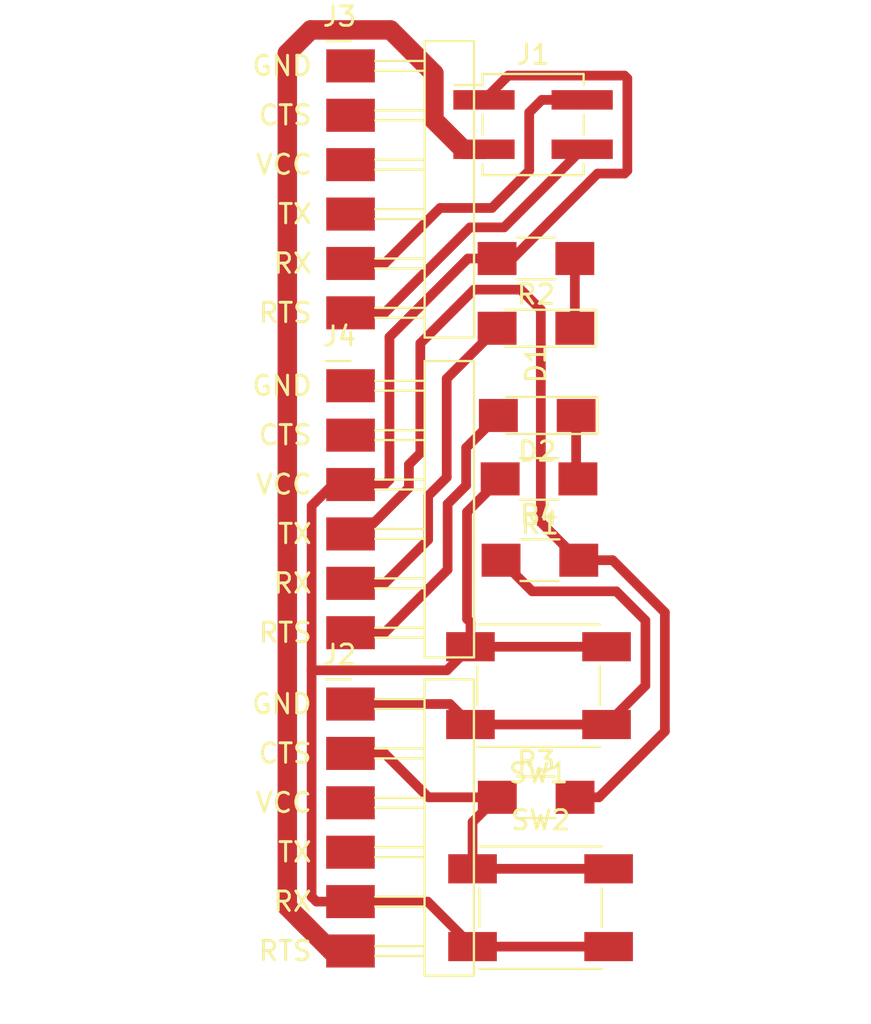
<source format=kicad_pcb>
(kicad_pcb (version 20171130) (host pcbnew "(5.1.12-1-10_14)")

  (general
    (thickness 1.6)
    (drawings 0)
    (tracks 98)
    (zones 0)
    (modules 12)
    (nets 20)
  )

  (page A4)
  (layers
    (0 F.Cu signal)
    (31 B.Cu signal)
    (32 B.Adhes user)
    (33 F.Adhes user)
    (34 B.Paste user)
    (35 F.Paste user)
    (36 B.SilkS user)
    (37 F.SilkS user)
    (38 B.Mask user)
    (39 F.Mask user)
    (40 Dwgs.User user)
    (41 Cmts.User user)
    (42 Eco1.User user)
    (43 Eco2.User user)
    (44 Edge.Cuts user)
    (45 Margin user)
    (46 B.CrtYd user)
    (47 F.CrtYd user)
    (48 B.Fab user)
    (49 F.Fab user)
  )

  (setup
    (last_trace_width 1)
    (user_trace_width 1)
    (trace_clearance 0.5)
    (zone_clearance 0.508)
    (zone_45_only no)
    (trace_min 0.2)
    (via_size 0.8)
    (via_drill 0.4)
    (via_min_size 0.4)
    (via_min_drill 0.3)
    (uvia_size 0.3)
    (uvia_drill 0.1)
    (uvias_allowed no)
    (uvia_min_size 0.2)
    (uvia_min_drill 0.1)
    (edge_width 0.05)
    (segment_width 0.2)
    (pcb_text_width 0.3)
    (pcb_text_size 1.5 1.5)
    (mod_edge_width 0.12)
    (mod_text_size 1 1)
    (mod_text_width 0.15)
    (pad_size 1.524 1.524)
    (pad_drill 0.762)
    (pad_to_mask_clearance 0)
    (aux_axis_origin 0 0)
    (visible_elements FFFFFF7F)
    (pcbplotparams
      (layerselection 0x010fc_ffffffff)
      (usegerberextensions false)
      (usegerberattributes true)
      (usegerberadvancedattributes true)
      (creategerberjobfile true)
      (excludeedgelayer true)
      (linewidth 0.100000)
      (plotframeref false)
      (viasonmask false)
      (mode 1)
      (useauxorigin false)
      (hpglpennumber 1)
      (hpglpenspeed 20)
      (hpglpendiameter 15.000000)
      (psnegative false)
      (psa4output false)
      (plotreference true)
      (plotvalue true)
      (plotinvisibletext false)
      (padsonsilk false)
      (subtractmaskfromsilk false)
      (outputformat 1)
      (mirror false)
      (drillshape 1)
      (scaleselection 1)
      (outputdirectory ""))
  )

  (net 0 "")
  (net 1 /A07)
  (net 2 "Net-(D1-Pad1)")
  (net 3 GND)
  (net 4 /D11)
  (net 5 +3V3)
  (net 6 /D10)
  (net 7 /D19)
  (net 8 /D18)
  (net 9 /D17)
  (net 10 /D16)
  (net 11 /A06)
  (net 12 /D08)
  (net 13 /D09)
  (net 14 "Net-(D2-Pad1)")
  (net 15 +5V)
  (net 16 /A05)
  (net 17 /A04)
  (net 18 /A03)
  (net 19 /A02)

  (net_class Default "This is the default net class."
    (clearance 0.5)
    (trace_width 0.5)
    (via_dia 0.8)
    (via_drill 0.4)
    (uvia_dia 0.3)
    (uvia_drill 0.1)
    (add_net +3V3)
    (add_net +5V)
    (add_net /A02)
    (add_net /A03)
    (add_net /A04)
    (add_net /A05)
    (add_net /A06)
    (add_net /A07)
    (add_net /D08)
    (add_net /D09)
    (add_net /D10)
    (add_net /D11)
    (add_net /D16)
    (add_net /D17)
    (add_net /D18)
    (add_net /D19)
    (add_net GND)
    (add_net "Net-(D1-Pad1)")
    (add_net "Net-(D2-Pad1)")
  )

  (module fab:PinHeader_FTDI_01x06_P2.54mm_Horizontal_SMD (layer F.Cu) (tedit 60851AE4) (tstamp 6197AAC9)
    (at 149.39772 49.63668)
    (descr https://s3.amazonaws.com/catalogspreads-pdf/PAGE112-113%20.100%20MALE%20HDR.pdf)
    (tags "horizontal pin header SMD 2.54mm")
    (path /618AFA7A)
    (attr smd)
    (fp_text reference J3 (at -1.524 -2.54 180) (layer F.SilkS)
      (effects (font (size 1 1) (thickness 0.15)) (justify left))
    )
    (fp_text value Conn_PinHeader_FTDI_1x06_P2.54mm_Horizontal_SMD (at 2.286 15.621) (layer F.Fab)
      (effects (font (size 1 1) (thickness 0.15)))
    )
    (fp_line (start 6.4 -1.8) (end -1.8 -1.8) (layer F.CrtYd) (width 0.05))
    (fp_line (start 6.4 14.5) (end 6.4 -1.8) (layer F.CrtYd) (width 0.05))
    (fp_line (start -1.8 14.5) (end 6.4 14.5) (layer F.CrtYd) (width 0.05))
    (fp_line (start -1.8 -1.8) (end -1.8 14.5) (layer F.CrtYd) (width 0.05))
    (fp_line (start -1.27 -1.27) (end 0 -1.27) (layer F.SilkS) (width 0.12))
    (fp_line (start 3.8 13.97) (end 3.8 -1.27) (layer F.Fab) (width 0.1))
    (fp_line (start 3.8 -1.27) (end 6.34 -1.27) (layer F.Fab) (width 0.1))
    (fp_line (start 3.8 13.97) (end 6.35 13.97) (layer F.Fab) (width 0.1))
    (fp_line (start 6.34 -1.27) (end 6.35 13.97) (layer F.Fab) (width 0.1))
    (fp_line (start 3.81 0) (end -0.635 0) (layer F.Fab) (width 0.1))
    (fp_line (start 3.81 2.54) (end -0.635 2.54) (layer F.Fab) (width 0.1))
    (fp_line (start 3.81 5.08) (end -0.635 5.08) (layer F.Fab) (width 0.1))
    (fp_line (start 3.81 7.62) (end -0.635 7.62) (layer F.Fab) (width 0.1))
    (fp_line (start 3.81 10.16) (end -0.635 10.16) (layer F.Fab) (width 0.1))
    (fp_line (start 3.81 12.7) (end -0.635 12.7) (layer F.Fab) (width 0.1))
    (fp_line (start 3.81 -1.27) (end 6.35 -1.27) (layer F.SilkS) (width 0.12))
    (fp_line (start 6.35 -1.27) (end 6.35 13.97) (layer F.SilkS) (width 0.12))
    (fp_line (start 6.35 13.97) (end 3.81 13.97) (layer F.SilkS) (width 0.12))
    (fp_line (start 3.81 13.97) (end 3.81 -1.27) (layer F.SilkS) (width 0.12))
    (fp_line (start 3.81 -0.254) (end 1.27 -0.254) (layer F.SilkS) (width 0.12))
    (fp_line (start 3.81 0.254) (end 1.27 0.254) (layer F.SilkS) (width 0.12))
    (fp_line (start 3.81 2.286) (end 1.27 2.286) (layer F.SilkS) (width 0.12))
    (fp_line (start 3.81 2.794) (end 1.27 2.794) (layer F.SilkS) (width 0.12))
    (fp_line (start 3.81 4.826) (end 1.27 4.826) (layer F.SilkS) (width 0.12))
    (fp_line (start 3.81 5.334) (end 1.27 5.334) (layer F.SilkS) (width 0.12))
    (fp_line (start 3.81 7.366) (end 1.27 7.366) (layer F.SilkS) (width 0.12))
    (fp_line (start 3.81 7.874) (end 1.27 7.874) (layer F.SilkS) (width 0.12))
    (fp_line (start 3.81 9.906) (end 1.27 9.906) (layer F.SilkS) (width 0.12))
    (fp_line (start 3.81 10.414) (end 1.27 10.414) (layer F.SilkS) (width 0.12))
    (fp_line (start 3.81 12.446) (end 1.27 12.446) (layer F.SilkS) (width 0.12))
    (fp_line (start 3.81 12.954) (end 1.27 12.954) (layer F.SilkS) (width 0.12))
    (fp_line (start -0.635 -0.254) (end -0.635 0.254) (layer F.Fab) (width 0.1))
    (fp_line (start -0.635 2.286) (end -0.635 2.794) (layer F.Fab) (width 0.1))
    (fp_line (start -0.635 4.826) (end -0.635 5.334) (layer F.Fab) (width 0.1))
    (fp_line (start -0.635 7.366) (end -0.635 7.874) (layer F.Fab) (width 0.1))
    (fp_line (start -0.635 9.906) (end -0.635 10.414) (layer F.Fab) (width 0.1))
    (fp_line (start -0.635 12.446) (end -0.635 12.954) (layer F.Fab) (width 0.1))
    (fp_text user %R (at 2.6 6.1 90) (layer F.Fab)
      (effects (font (size 1 1) (thickness 0.15)))
    )
    (fp_text user GND (at -1.905 0) (layer F.SilkS)
      (effects (font (size 1 1) (thickness 0.15)) (justify right))
    )
    (fp_text user CTS (at -1.905 2.54) (layer F.SilkS)
      (effects (font (size 1 1) (thickness 0.15)) (justify right))
    )
    (fp_text user VCC (at -1.905 5.08) (layer F.SilkS)
      (effects (font (size 1 1) (thickness 0.15)) (justify right))
    )
    (fp_text user TX (at -1.905 7.62) (layer F.SilkS)
      (effects (font (size 1 1) (thickness 0.15)) (justify right))
    )
    (fp_text user RX (at -1.905 10.16) (layer F.SilkS)
      (effects (font (size 1 1) (thickness 0.15)) (justify right))
    )
    (fp_text user RTS (at -1.905 12.7) (layer F.SilkS)
      (effects (font (size 1 1) (thickness 0.15)) (justify right))
    )
    (pad 1 smd rect (at 0 0) (size 2.5 1.7) (layers F.Cu F.Paste F.Mask)
      (net 7 /D19))
    (pad 2 smd rect (at 0 2.54) (size 2.5 1.7) (layers F.Cu F.Paste F.Mask)
      (net 8 /D18))
    (pad 3 smd rect (at 0 5.08) (size 2.5 1.7) (layers F.Cu F.Paste F.Mask)
      (net 9 /D17))
    (pad 4 smd rect (at 0 7.62) (size 2.5 1.7) (layers F.Cu F.Paste F.Mask)
      (net 10 /D16))
    (pad 5 smd rect (at 0 10.16) (size 2.5 1.7) (layers F.Cu F.Paste F.Mask)
      (net 4 /D11))
    (pad 6 smd rect (at 0 12.7) (size 2.5 1.7) (layers F.Cu F.Paste F.Mask)
      (net 6 /D10))
    (model ${FAB}/fab.3dshapes/Header_SMD_01x06_P2.54mm_Horizontal_Male.step
      (at (xyz 0 0 0))
      (scale (xyz 1 1 1))
      (rotate (xyz 0 0 0))
    )
  )

  (module fab:PinHeader_FTDI_01x06_P2.54mm_Horizontal_SMD (layer F.Cu) (tedit 60851AE4) (tstamp 6197AAFF)
    (at 149.39772 66.08572)
    (descr https://s3.amazonaws.com/catalogspreads-pdf/PAGE112-113%20.100%20MALE%20HDR.pdf)
    (tags "horizontal pin header SMD 2.54mm")
    (path /618B05B0)
    (attr smd)
    (fp_text reference J4 (at -1.524 -2.54 180) (layer F.SilkS)
      (effects (font (size 1 1) (thickness 0.15)) (justify left))
    )
    (fp_text value Conn_PinHeader_FTDI_1x06_P2.54mm_Horizontal_SMD (at 2.286 15.621) (layer F.Fab)
      (effects (font (size 1 1) (thickness 0.15)))
    )
    (fp_line (start -0.635 12.446) (end -0.635 12.954) (layer F.Fab) (width 0.1))
    (fp_line (start -0.635 9.906) (end -0.635 10.414) (layer F.Fab) (width 0.1))
    (fp_line (start -0.635 7.366) (end -0.635 7.874) (layer F.Fab) (width 0.1))
    (fp_line (start -0.635 4.826) (end -0.635 5.334) (layer F.Fab) (width 0.1))
    (fp_line (start -0.635 2.286) (end -0.635 2.794) (layer F.Fab) (width 0.1))
    (fp_line (start -0.635 -0.254) (end -0.635 0.254) (layer F.Fab) (width 0.1))
    (fp_line (start 3.81 12.954) (end 1.27 12.954) (layer F.SilkS) (width 0.12))
    (fp_line (start 3.81 12.446) (end 1.27 12.446) (layer F.SilkS) (width 0.12))
    (fp_line (start 3.81 10.414) (end 1.27 10.414) (layer F.SilkS) (width 0.12))
    (fp_line (start 3.81 9.906) (end 1.27 9.906) (layer F.SilkS) (width 0.12))
    (fp_line (start 3.81 7.874) (end 1.27 7.874) (layer F.SilkS) (width 0.12))
    (fp_line (start 3.81 7.366) (end 1.27 7.366) (layer F.SilkS) (width 0.12))
    (fp_line (start 3.81 5.334) (end 1.27 5.334) (layer F.SilkS) (width 0.12))
    (fp_line (start 3.81 4.826) (end 1.27 4.826) (layer F.SilkS) (width 0.12))
    (fp_line (start 3.81 2.794) (end 1.27 2.794) (layer F.SilkS) (width 0.12))
    (fp_line (start 3.81 2.286) (end 1.27 2.286) (layer F.SilkS) (width 0.12))
    (fp_line (start 3.81 0.254) (end 1.27 0.254) (layer F.SilkS) (width 0.12))
    (fp_line (start 3.81 -0.254) (end 1.27 -0.254) (layer F.SilkS) (width 0.12))
    (fp_line (start 3.81 13.97) (end 3.81 -1.27) (layer F.SilkS) (width 0.12))
    (fp_line (start 6.35 13.97) (end 3.81 13.97) (layer F.SilkS) (width 0.12))
    (fp_line (start 6.35 -1.27) (end 6.35 13.97) (layer F.SilkS) (width 0.12))
    (fp_line (start 3.81 -1.27) (end 6.35 -1.27) (layer F.SilkS) (width 0.12))
    (fp_line (start 3.81 12.7) (end -0.635 12.7) (layer F.Fab) (width 0.1))
    (fp_line (start 3.81 10.16) (end -0.635 10.16) (layer F.Fab) (width 0.1))
    (fp_line (start 3.81 7.62) (end -0.635 7.62) (layer F.Fab) (width 0.1))
    (fp_line (start 3.81 5.08) (end -0.635 5.08) (layer F.Fab) (width 0.1))
    (fp_line (start 3.81 2.54) (end -0.635 2.54) (layer F.Fab) (width 0.1))
    (fp_line (start 3.81 0) (end -0.635 0) (layer F.Fab) (width 0.1))
    (fp_line (start 6.34 -1.27) (end 6.35 13.97) (layer F.Fab) (width 0.1))
    (fp_line (start 3.8 13.97) (end 6.35 13.97) (layer F.Fab) (width 0.1))
    (fp_line (start 3.8 -1.27) (end 6.34 -1.27) (layer F.Fab) (width 0.1))
    (fp_line (start 3.8 13.97) (end 3.8 -1.27) (layer F.Fab) (width 0.1))
    (fp_line (start -1.27 -1.27) (end 0 -1.27) (layer F.SilkS) (width 0.12))
    (fp_line (start -1.8 -1.8) (end -1.8 14.5) (layer F.CrtYd) (width 0.05))
    (fp_line (start -1.8 14.5) (end 6.4 14.5) (layer F.CrtYd) (width 0.05))
    (fp_line (start 6.4 14.5) (end 6.4 -1.8) (layer F.CrtYd) (width 0.05))
    (fp_line (start 6.4 -1.8) (end -1.8 -1.8) (layer F.CrtYd) (width 0.05))
    (fp_text user RTS (at -1.905 12.7) (layer F.SilkS)
      (effects (font (size 1 1) (thickness 0.15)) (justify right))
    )
    (fp_text user RX (at -1.905 10.16) (layer F.SilkS)
      (effects (font (size 1 1) (thickness 0.15)) (justify right))
    )
    (fp_text user TX (at -1.905 7.62) (layer F.SilkS)
      (effects (font (size 1 1) (thickness 0.15)) (justify right))
    )
    (fp_text user VCC (at -1.905 5.08) (layer F.SilkS)
      (effects (font (size 1 1) (thickness 0.15)) (justify right))
    )
    (fp_text user CTS (at -1.905 2.54) (layer F.SilkS)
      (effects (font (size 1 1) (thickness 0.15)) (justify right))
    )
    (fp_text user GND (at -1.905 0) (layer F.SilkS)
      (effects (font (size 1 1) (thickness 0.15)) (justify right))
    )
    (fp_text user %R (at 2.6 6.1 90) (layer F.Fab)
      (effects (font (size 1 1) (thickness 0.15)))
    )
    (pad 6 smd rect (at 0 12.7) (size 2.5 1.7) (layers F.Cu F.Paste F.Mask)
      (net 11 /A06))
    (pad 5 smd rect (at 0 10.16) (size 2.5 1.7) (layers F.Cu F.Paste F.Mask)
      (net 1 /A07))
    (pad 4 smd rect (at 0 7.62) (size 2.5 1.7) (layers F.Cu F.Paste F.Mask)
      (net 5 +3V3))
    (pad 3 smd rect (at 0 5.08) (size 2.5 1.7) (layers F.Cu F.Paste F.Mask)
      (net 3 GND))
    (pad 2 smd rect (at 0 2.54) (size 2.5 1.7) (layers F.Cu F.Paste F.Mask)
      (net 12 /D08))
    (pad 1 smd rect (at 0 0) (size 2.5 1.7) (layers F.Cu F.Paste F.Mask)
      (net 13 /D09))
    (model ${FAB}/fab.3dshapes/Header_SMD_01x06_P2.54mm_Horizontal_Male.step
      (at (xyz 0 0 0))
      (scale (xyz 1 1 1))
      (rotate (xyz 0 0 0))
    )
  )

  (module fab:LED_1206 (layer F.Cu) (tedit 595FC724) (tstamp 6197D709)
    (at 159.00044 67.6148 180)
    (descr "LED SMD 1206, hand soldering")
    (tags "LED 1206")
    (path /61C14DA7)
    (attr smd)
    (fp_text reference D2 (at 0 -1.85) (layer F.SilkS)
      (effects (font (size 1 1) (thickness 0.15)))
    )
    (fp_text value LED (at 0 1.9 180) (layer F.Fab)
      (effects (font (size 1 1) (thickness 0.15)))
    )
    (fp_line (start -3.1 -0.95) (end -3.1 0.95) (layer F.SilkS) (width 0.12))
    (fp_line (start -0.4 0) (end 0.2 -0.4) (layer F.Fab) (width 0.1))
    (fp_line (start 0.2 -0.4) (end 0.2 0.4) (layer F.Fab) (width 0.1))
    (fp_line (start 0.2 0.4) (end -0.4 0) (layer F.Fab) (width 0.1))
    (fp_line (start -0.45 -0.4) (end -0.45 0.4) (layer F.Fab) (width 0.1))
    (fp_line (start -1.6 0.8) (end -1.6 -0.8) (layer F.Fab) (width 0.1))
    (fp_line (start 1.6 0.8) (end -1.6 0.8) (layer F.Fab) (width 0.1))
    (fp_line (start 1.6 -0.8) (end 1.6 0.8) (layer F.Fab) (width 0.1))
    (fp_line (start -1.6 -0.8) (end 1.6 -0.8) (layer F.Fab) (width 0.1))
    (fp_line (start -3.1 0.95) (end 1.6 0.95) (layer F.SilkS) (width 0.12))
    (fp_line (start -3.1 -0.95) (end 1.6 -0.95) (layer F.SilkS) (width 0.12))
    (fp_line (start -3.25 -1.11) (end 3.25 -1.11) (layer F.CrtYd) (width 0.05))
    (fp_line (start -3.25 -1.11) (end -3.25 1.1) (layer F.CrtYd) (width 0.05))
    (fp_line (start 3.25 1.1) (end 3.25 -1.11) (layer F.CrtYd) (width 0.05))
    (fp_line (start 3.25 1.1) (end -3.25 1.1) (layer F.CrtYd) (width 0.05))
    (pad 2 smd rect (at 2 0 180) (size 2 1.7) (layers F.Cu F.Paste F.Mask)
      (net 11 /A06))
    (pad 1 smd rect (at -2 0 180) (size 2 1.7) (layers F.Cu F.Paste F.Mask)
      (net 14 "Net-(D2-Pad1)"))
    (model ${KISYS3DMOD}/LEDs.3dshapes/LED_1206.wrl
      (at (xyz 0 0 0))
      (scale (xyz 1 1 1))
      (rotate (xyz 0 0 180))
    )
  )

  (module fab:Button_Omron_B3SN_6x6mm (layer F.Cu) (tedit 5EC65B05) (tstamp 6197B135)
    (at 159.06508 81.50708 180)
    (descr "Surface Mount Tactile Switch for High-Density Packaging")
    (tags "Tactile Switch")
    (path /61973B93)
    (attr smd)
    (fp_text reference SW1 (at 0 -4.5) (layer F.SilkS)
      (effects (font (size 1 1) (thickness 0.15)))
    )
    (fp_text value BUTTON_B3SN (at 0 4.5) (layer F.Fab)
      (effects (font (size 1 1) (thickness 0.15)))
    )
    (fp_line (start -3 3) (end -3 -3) (layer F.Fab) (width 0.1))
    (fp_line (start 3 3) (end -3 3) (layer F.Fab) (width 0.1))
    (fp_line (start 3 -3) (end 3 3) (layer F.Fab) (width 0.1))
    (fp_line (start -3 -3) (end 3 -3) (layer F.Fab) (width 0.1))
    (fp_circle (center 0 0) (end 1.65 0) (layer F.Fab) (width 0.1))
    (fp_line (start 3.15 -1) (end 3.15 1) (layer F.SilkS) (width 0.12))
    (fp_line (start 3.15 3.15) (end -3.15 3.15) (layer F.SilkS) (width 0.12))
    (fp_line (start -3.15 1) (end -3.15 -1) (layer F.SilkS) (width 0.12))
    (fp_line (start -3.15 -3.15) (end 3.15 -3.15) (layer F.SilkS) (width 0.12))
    (fp_line (start -5 -3.7) (end -5 3.7) (layer F.CrtYd) (width 0.05))
    (fp_line (start 5 -3.7) (end -5 -3.7) (layer F.CrtYd) (width 0.05))
    (fp_line (start 5 3.7) (end 5 -3.7) (layer F.CrtYd) (width 0.05))
    (fp_line (start -5 3.7) (end 5 3.7) (layer F.CrtYd) (width 0.05))
    (fp_text user %R (at 0 -4.5) (layer F.Fab)
      (effects (font (size 1 1) (thickness 0.15)))
    )
    (pad 2 smd rect (at 3.5 2 180) (size 2.5 1.5) (layers F.Cu F.Paste F.Mask)
      (net 3 GND))
    (pad 2 smd rect (at -3.5 2 180) (size 2.5 1.5) (layers F.Cu F.Paste F.Mask)
      (net 3 GND))
    (pad 1 smd rect (at 3.5 -2 180) (size 2.5 1.5) (layers F.Cu F.Paste F.Mask)
      (net 16 /A05))
    (pad 1 smd rect (at -3.5 -2 180) (size 2.5 1.5) (layers F.Cu F.Paste F.Mask)
      (net 16 /A05))
    (model ${KISYS3DMOD}/Buttons_Switches_SMD.3dshapes/SW_SPST_B3S-1000.wrl
      (at (xyz 0 0 0))
      (scale (xyz 1 1 1))
      (rotate (xyz 0 0 0))
    )
  )

  (module fab:R_1206 (layer F.Cu) (tedit 60020482) (tstamp 6197B015)
    (at 159.1376 75.057)
    (descr "Resistor SMD 1206, hand soldering")
    (tags "resistor 1206")
    (path /61974FD2)
    (attr smd)
    (fp_text reference R1 (at 0 -1.85) (layer F.SilkS)
      (effects (font (size 1 1) (thickness 0.15)))
    )
    (fp_text value R (at 0 1.9) (layer F.Fab)
      (effects (font (size 1 1) (thickness 0.15)))
    )
    (fp_line (start -1.6 0.8) (end -1.6 -0.8) (layer F.Fab) (width 0.1))
    (fp_line (start 1.6 0.8) (end -1.6 0.8) (layer F.Fab) (width 0.1))
    (fp_line (start 1.6 -0.8) (end 1.6 0.8) (layer F.Fab) (width 0.1))
    (fp_line (start -1.6 -0.8) (end 1.6 -0.8) (layer F.Fab) (width 0.1))
    (fp_line (start 1 1.07) (end -1 1.07) (layer F.SilkS) (width 0.12))
    (fp_line (start -1 -1.07) (end 1 -1.07) (layer F.SilkS) (width 0.12))
    (fp_line (start -3.25 -1.11) (end 3.25 -1.11) (layer F.CrtYd) (width 0.05))
    (fp_line (start -3.25 -1.11) (end -3.25 1.1) (layer F.CrtYd) (width 0.05))
    (fp_line (start 3.25 1.1) (end 3.25 -1.11) (layer F.CrtYd) (width 0.05))
    (fp_line (start 3.25 1.1) (end -3.25 1.1) (layer F.CrtYd) (width 0.05))
    (fp_text user %R (at 0 0) (layer F.Fab)
      (effects (font (size 0.7 0.7) (thickness 0.105)))
    )
    (pad 2 smd rect (at 2 0) (size 2 1.7) (layers F.Cu F.Paste F.Mask)
      (net 5 +3V3))
    (pad 1 smd rect (at -2 0) (size 2 1.7) (layers F.Cu F.Paste F.Mask)
      (net 16 /A05))
    (model ${FAB}/fab.3dshapes/R_1206.step
      (at (xyz 0 0 0))
      (scale (xyz 1 1 1))
      (rotate (xyz 0 0 0))
    )
  )

  (module fab:LED_1206 (layer F.Cu) (tedit 595FC724) (tstamp 6197DFD7)
    (at 158.9344 63.12916 180)
    (descr "LED SMD 1206, hand soldering")
    (tags "LED 1206")
    (path /619761A8)
    (attr smd)
    (fp_text reference D1 (at 0 -1.85 90) (layer F.SilkS)
      (effects (font (size 1 1) (thickness 0.15)))
    )
    (fp_text value LED (at 0 1.9) (layer F.Fab)
      (effects (font (size 1 1) (thickness 0.15)))
    )
    (fp_line (start 3.25 1.1) (end -3.25 1.1) (layer F.CrtYd) (width 0.05))
    (fp_line (start 3.25 1.1) (end 3.25 -1.11) (layer F.CrtYd) (width 0.05))
    (fp_line (start -3.25 -1.11) (end -3.25 1.1) (layer F.CrtYd) (width 0.05))
    (fp_line (start -3.25 -1.11) (end 3.25 -1.11) (layer F.CrtYd) (width 0.05))
    (fp_line (start -3.1 -0.95) (end 1.6 -0.95) (layer F.SilkS) (width 0.12))
    (fp_line (start -3.1 0.95) (end 1.6 0.95) (layer F.SilkS) (width 0.12))
    (fp_line (start -1.6 -0.8) (end 1.6 -0.8) (layer F.Fab) (width 0.1))
    (fp_line (start 1.6 -0.8) (end 1.6 0.8) (layer F.Fab) (width 0.1))
    (fp_line (start 1.6 0.8) (end -1.6 0.8) (layer F.Fab) (width 0.1))
    (fp_line (start -1.6 0.8) (end -1.6 -0.8) (layer F.Fab) (width 0.1))
    (fp_line (start -0.45 -0.4) (end -0.45 0.4) (layer F.Fab) (width 0.1))
    (fp_line (start 0.2 0.4) (end -0.4 0) (layer F.Fab) (width 0.1))
    (fp_line (start 0.2 -0.4) (end 0.2 0.4) (layer F.Fab) (width 0.1))
    (fp_line (start -0.4 0) (end 0.2 -0.4) (layer F.Fab) (width 0.1))
    (fp_line (start -3.1 -0.95) (end -3.1 0.95) (layer F.SilkS) (width 0.12))
    (pad 2 smd rect (at 2 0 180) (size 2 1.7) (layers F.Cu F.Paste F.Mask)
      (net 1 /A07))
    (pad 1 smd rect (at -2 0 180) (size 2 1.7) (layers F.Cu F.Paste F.Mask)
      (net 2 "Net-(D1-Pad1)"))
    (model ${KISYS3DMOD}/LEDs.3dshapes/LED_1206.wrl
      (at (xyz 0 0 0))
      (scale (xyz 1 1 1))
      (rotate (xyz 0 0 180))
    )
  )

  (module fab:PinHeader_2x02_P2.54mm_Vertical_SMD (layer F.Cu) (tedit 608517CB) (tstamp 6197AA93)
    (at 158.78532 52.6542)
    (descr "surface-mounted straight pin header, 2x02, 2.54mm pitch, double rows")
    (tags "Surface mounted pin header SMD 2x02 2.54mm double row")
    (path /61971249)
    (attr smd)
    (fp_text reference J1 (at 0 -3.6) (layer F.SilkS)
      (effects (font (size 1 1) (thickness 0.15)))
    )
    (fp_text value Conn_PinHeader_2x02_P2.54mm_Vertical_SMD (at 0 3.6) (layer F.Fab)
      (effects (font (size 1 1) (thickness 0.15)))
    )
    (fp_line (start 5.9 -3.05) (end -5.9 -3.05) (layer F.CrtYd) (width 0.05))
    (fp_line (start 5.9 3.05) (end 5.9 -3.05) (layer F.CrtYd) (width 0.05))
    (fp_line (start -5.9 3.05) (end 5.9 3.05) (layer F.CrtYd) (width 0.05))
    (fp_line (start -5.9 -3.05) (end -5.9 3.05) (layer F.CrtYd) (width 0.05))
    (fp_line (start 2.6 -0.51) (end 2.6 0.51) (layer F.SilkS) (width 0.12))
    (fp_line (start -2.6 -0.51) (end -2.6 0.51) (layer F.SilkS) (width 0.12))
    (fp_line (start 2.6 2.03) (end 2.6 2.6) (layer F.SilkS) (width 0.12))
    (fp_line (start -2.6 2.03) (end -2.6 2.6) (layer F.SilkS) (width 0.12))
    (fp_line (start 2.6 -2.6) (end 2.6 -2.03) (layer F.SilkS) (width 0.12))
    (fp_line (start -2.6 -2.6) (end -2.6 -2.03) (layer F.SilkS) (width 0.12))
    (fp_line (start -4.04 -2.03) (end -2.6 -2.03) (layer F.SilkS) (width 0.12))
    (fp_line (start -2.6 2.6) (end 2.6 2.6) (layer F.SilkS) (width 0.12))
    (fp_line (start -2.6 -2.6) (end 2.6 -2.6) (layer F.SilkS) (width 0.12))
    (fp_line (start 3.6 1.59) (end 2.54 1.59) (layer F.Fab) (width 0.1))
    (fp_line (start 3.6 0.95) (end 3.6 1.59) (layer F.Fab) (width 0.1))
    (fp_line (start 2.54 0.95) (end 3.6 0.95) (layer F.Fab) (width 0.1))
    (fp_line (start -3.6 1.59) (end -2.54 1.59) (layer F.Fab) (width 0.1))
    (fp_line (start -3.6 0.95) (end -3.6 1.59) (layer F.Fab) (width 0.1))
    (fp_line (start -2.54 0.95) (end -3.6 0.95) (layer F.Fab) (width 0.1))
    (fp_line (start 3.6 -0.95) (end 2.54 -0.95) (layer F.Fab) (width 0.1))
    (fp_line (start 3.6 -1.59) (end 3.6 -0.95) (layer F.Fab) (width 0.1))
    (fp_line (start 2.54 -1.59) (end 3.6 -1.59) (layer F.Fab) (width 0.1))
    (fp_line (start -3.6 -0.95) (end -2.54 -0.95) (layer F.Fab) (width 0.1))
    (fp_line (start -3.6 -1.59) (end -3.6 -0.95) (layer F.Fab) (width 0.1))
    (fp_line (start -2.54 -1.59) (end -3.6 -1.59) (layer F.Fab) (width 0.1))
    (fp_line (start 2.54 -2.54) (end 2.54 2.54) (layer F.Fab) (width 0.1))
    (fp_line (start -2.54 -1.59) (end -1.59 -2.54) (layer F.Fab) (width 0.1))
    (fp_line (start -2.54 2.54) (end -2.54 -1.59) (layer F.Fab) (width 0.1))
    (fp_line (start -1.59 -2.54) (end 2.54 -2.54) (layer F.Fab) (width 0.1))
    (fp_line (start 2.54 2.54) (end -2.54 2.54) (layer F.Fab) (width 0.1))
    (fp_text user %R (at 0 0 90) (layer F.Fab)
      (effects (font (size 1 1) (thickness 0.15)))
    )
    (pad 1 smd rect (at -2.525 -1.27) (size 3.15 1) (layers F.Cu F.Paste F.Mask)
      (net 3 GND))
    (pad 2 smd rect (at 2.525 -1.27) (size 3.15 1) (layers F.Cu F.Paste F.Mask)
      (net 4 /D11))
    (pad 3 smd rect (at -2.525 1.27) (size 3.15 1) (layers F.Cu F.Paste F.Mask)
      (net 15 +5V))
    (pad 4 smd rect (at 2.525 1.27) (size 3.15 1) (layers F.Cu F.Paste F.Mask)
      (net 6 /D10))
    (model ${KISYS3DMOD}/Connector_PinHeader_2.54mm.3dshapes/PinHeader_2x02_P2.54mm_Vertical_SMD.wrl
      (at (xyz 0 0 0))
      (scale (xyz 1 1 1))
      (rotate (xyz 0 0 0))
    )
  )

  (module fab:R_1206 (layer F.Cu) (tedit 60020482) (tstamp 6197AB21)
    (at 158.9344 59.54268 180)
    (descr "Resistor SMD 1206, hand soldering")
    (tags "resistor 1206")
    (path /61976931)
    (attr smd)
    (fp_text reference R2 (at 0 -1.85) (layer F.SilkS)
      (effects (font (size 1 1) (thickness 0.15)))
    )
    (fp_text value R (at 0 1.9 180) (layer F.Fab)
      (effects (font (size 1 1) (thickness 0.15)))
    )
    (fp_line (start 3.25 1.1) (end -3.25 1.1) (layer F.CrtYd) (width 0.05))
    (fp_line (start 3.25 1.1) (end 3.25 -1.11) (layer F.CrtYd) (width 0.05))
    (fp_line (start -3.25 -1.11) (end -3.25 1.1) (layer F.CrtYd) (width 0.05))
    (fp_line (start -3.25 -1.11) (end 3.25 -1.11) (layer F.CrtYd) (width 0.05))
    (fp_line (start -1 -1.07) (end 1 -1.07) (layer F.SilkS) (width 0.12))
    (fp_line (start 1 1.07) (end -1 1.07) (layer F.SilkS) (width 0.12))
    (fp_line (start -1.6 -0.8) (end 1.6 -0.8) (layer F.Fab) (width 0.1))
    (fp_line (start 1.6 -0.8) (end 1.6 0.8) (layer F.Fab) (width 0.1))
    (fp_line (start 1.6 0.8) (end -1.6 0.8) (layer F.Fab) (width 0.1))
    (fp_line (start -1.6 0.8) (end -1.6 -0.8) (layer F.Fab) (width 0.1))
    (fp_text user %R (at 0 0) (layer F.Fab)
      (effects (font (size 0.7 0.7) (thickness 0.105)))
    )
    (pad 1 smd rect (at -2 0 180) (size 2 1.7) (layers F.Cu F.Paste F.Mask)
      (net 2 "Net-(D1-Pad1)"))
    (pad 2 smd rect (at 2 0 180) (size 2 1.7) (layers F.Cu F.Paste F.Mask)
      (net 3 GND))
    (model ${FAB}/fab.3dshapes/R_1206.step
      (at (xyz 0 0 0))
      (scale (xyz 1 1 1))
      (rotate (xyz 0 0 0))
    )
  )

  (module fab:PinHeader_FTDI_01x06_P2.54mm_Horizontal_SMD (layer F.Cu) (tedit 60851AE4) (tstamp 6197D73F)
    (at 149.39264 82.45348)
    (descr https://s3.amazonaws.com/catalogspreads-pdf/PAGE112-113%20.100%20MALE%20HDR.pdf)
    (tags "horizontal pin header SMD 2.54mm")
    (path /61C102EF)
    (attr smd)
    (fp_text reference J2 (at -1.524 -2.54 180) (layer F.SilkS)
      (effects (font (size 1 1) (thickness 0.15)) (justify left))
    )
    (fp_text value Conn_PinHeader_FTDI_1x06_P2.54mm_Horizontal_SMD (at 2.286 15.621) (layer F.Fab)
      (effects (font (size 1 1) (thickness 0.15)))
    )
    (fp_line (start -0.635 12.446) (end -0.635 12.954) (layer F.Fab) (width 0.1))
    (fp_line (start -0.635 9.906) (end -0.635 10.414) (layer F.Fab) (width 0.1))
    (fp_line (start -0.635 7.366) (end -0.635 7.874) (layer F.Fab) (width 0.1))
    (fp_line (start -0.635 4.826) (end -0.635 5.334) (layer F.Fab) (width 0.1))
    (fp_line (start -0.635 2.286) (end -0.635 2.794) (layer F.Fab) (width 0.1))
    (fp_line (start -0.635 -0.254) (end -0.635 0.254) (layer F.Fab) (width 0.1))
    (fp_line (start 3.81 12.954) (end 1.27 12.954) (layer F.SilkS) (width 0.12))
    (fp_line (start 3.81 12.446) (end 1.27 12.446) (layer F.SilkS) (width 0.12))
    (fp_line (start 3.81 10.414) (end 1.27 10.414) (layer F.SilkS) (width 0.12))
    (fp_line (start 3.81 9.906) (end 1.27 9.906) (layer F.SilkS) (width 0.12))
    (fp_line (start 3.81 7.874) (end 1.27 7.874) (layer F.SilkS) (width 0.12))
    (fp_line (start 3.81 7.366) (end 1.27 7.366) (layer F.SilkS) (width 0.12))
    (fp_line (start 3.81 5.334) (end 1.27 5.334) (layer F.SilkS) (width 0.12))
    (fp_line (start 3.81 4.826) (end 1.27 4.826) (layer F.SilkS) (width 0.12))
    (fp_line (start 3.81 2.794) (end 1.27 2.794) (layer F.SilkS) (width 0.12))
    (fp_line (start 3.81 2.286) (end 1.27 2.286) (layer F.SilkS) (width 0.12))
    (fp_line (start 3.81 0.254) (end 1.27 0.254) (layer F.SilkS) (width 0.12))
    (fp_line (start 3.81 -0.254) (end 1.27 -0.254) (layer F.SilkS) (width 0.12))
    (fp_line (start 3.81 13.97) (end 3.81 -1.27) (layer F.SilkS) (width 0.12))
    (fp_line (start 6.35 13.97) (end 3.81 13.97) (layer F.SilkS) (width 0.12))
    (fp_line (start 6.35 -1.27) (end 6.35 13.97) (layer F.SilkS) (width 0.12))
    (fp_line (start 3.81 -1.27) (end 6.35 -1.27) (layer F.SilkS) (width 0.12))
    (fp_line (start 3.81 12.7) (end -0.635 12.7) (layer F.Fab) (width 0.1))
    (fp_line (start 3.81 10.16) (end -0.635 10.16) (layer F.Fab) (width 0.1))
    (fp_line (start 3.81 7.62) (end -0.635 7.62) (layer F.Fab) (width 0.1))
    (fp_line (start 3.81 5.08) (end -0.635 5.08) (layer F.Fab) (width 0.1))
    (fp_line (start 3.81 2.54) (end -0.635 2.54) (layer F.Fab) (width 0.1))
    (fp_line (start 3.81 0) (end -0.635 0) (layer F.Fab) (width 0.1))
    (fp_line (start 6.34 -1.27) (end 6.35 13.97) (layer F.Fab) (width 0.1))
    (fp_line (start 3.8 13.97) (end 6.35 13.97) (layer F.Fab) (width 0.1))
    (fp_line (start 3.8 -1.27) (end 6.34 -1.27) (layer F.Fab) (width 0.1))
    (fp_line (start 3.8 13.97) (end 3.8 -1.27) (layer F.Fab) (width 0.1))
    (fp_line (start -1.27 -1.27) (end 0 -1.27) (layer F.SilkS) (width 0.12))
    (fp_line (start -1.8 -1.8) (end -1.8 14.5) (layer F.CrtYd) (width 0.05))
    (fp_line (start -1.8 14.5) (end 6.4 14.5) (layer F.CrtYd) (width 0.05))
    (fp_line (start 6.4 14.5) (end 6.4 -1.8) (layer F.CrtYd) (width 0.05))
    (fp_line (start 6.4 -1.8) (end -1.8 -1.8) (layer F.CrtYd) (width 0.05))
    (fp_text user %R (at 2.6 6.1 90) (layer F.Fab)
      (effects (font (size 1 1) (thickness 0.15)))
    )
    (fp_text user GND (at -1.905 0) (layer F.SilkS)
      (effects (font (size 1 1) (thickness 0.15)) (justify right))
    )
    (fp_text user CTS (at -1.905 2.54) (layer F.SilkS)
      (effects (font (size 1 1) (thickness 0.15)) (justify right))
    )
    (fp_text user VCC (at -1.905 5.08) (layer F.SilkS)
      (effects (font (size 1 1) (thickness 0.15)) (justify right))
    )
    (fp_text user TX (at -1.905 7.62) (layer F.SilkS)
      (effects (font (size 1 1) (thickness 0.15)) (justify right))
    )
    (fp_text user RX (at -1.905 10.16) (layer F.SilkS)
      (effects (font (size 1 1) (thickness 0.15)) (justify right))
    )
    (fp_text user RTS (at -1.905 12.7) (layer F.SilkS)
      (effects (font (size 1 1) (thickness 0.15)) (justify right))
    )
    (pad 1 smd rect (at 0 0) (size 2.5 1.7) (layers F.Cu F.Paste F.Mask)
      (net 16 /A05))
    (pad 2 smd rect (at 0 2.54) (size 2.5 1.7) (layers F.Cu F.Paste F.Mask)
      (net 17 /A04))
    (pad 3 smd rect (at 0 5.08) (size 2.5 1.7) (layers F.Cu F.Paste F.Mask)
      (net 18 /A03))
    (pad 4 smd rect (at 0 7.62) (size 2.5 1.7) (layers F.Cu F.Paste F.Mask)
      (net 19 /A02))
    (pad 5 smd rect (at 0 10.16) (size 2.5 1.7) (layers F.Cu F.Paste F.Mask)
      (net 3 GND))
    (pad 6 smd rect (at 0 12.7) (size 2.5 1.7) (layers F.Cu F.Paste F.Mask)
      (net 15 +5V))
    (model ${FAB}/fab.3dshapes/Header_SMD_01x06_P2.54mm_Horizontal_Male.step
      (at (xyz 0 0 0))
      (scale (xyz 1 1 1))
      (rotate (xyz 0 0 0))
    )
  )

  (module fab:R_1206 (layer F.Cu) (tedit 60020482) (tstamp 6197D750)
    (at 158.94456 87.249)
    (descr "Resistor SMD 1206, hand soldering")
    (tags "resistor 1206")
    (path /61C16D81)
    (attr smd)
    (fp_text reference R3 (at 0 -1.85) (layer F.SilkS)
      (effects (font (size 1 1) (thickness 0.15)))
    )
    (fp_text value R (at 0 1.9) (layer F.Fab)
      (effects (font (size 1 1) (thickness 0.15)))
    )
    (fp_text user %R (at 0 0) (layer F.Fab)
      (effects (font (size 0.7 0.7) (thickness 0.105)))
    )
    (fp_line (start -1.6 0.8) (end -1.6 -0.8) (layer F.Fab) (width 0.1))
    (fp_line (start 1.6 0.8) (end -1.6 0.8) (layer F.Fab) (width 0.1))
    (fp_line (start 1.6 -0.8) (end 1.6 0.8) (layer F.Fab) (width 0.1))
    (fp_line (start -1.6 -0.8) (end 1.6 -0.8) (layer F.Fab) (width 0.1))
    (fp_line (start 1 1.07) (end -1 1.07) (layer F.SilkS) (width 0.12))
    (fp_line (start -1 -1.07) (end 1 -1.07) (layer F.SilkS) (width 0.12))
    (fp_line (start -3.25 -1.11) (end 3.25 -1.11) (layer F.CrtYd) (width 0.05))
    (fp_line (start -3.25 -1.11) (end -3.25 1.1) (layer F.CrtYd) (width 0.05))
    (fp_line (start 3.25 1.1) (end 3.25 -1.11) (layer F.CrtYd) (width 0.05))
    (fp_line (start 3.25 1.1) (end -3.25 1.1) (layer F.CrtYd) (width 0.05))
    (pad 1 smd rect (at -2 0) (size 2 1.7) (layers F.Cu F.Paste F.Mask)
      (net 17 /A04))
    (pad 2 smd rect (at 2 0) (size 2 1.7) (layers F.Cu F.Paste F.Mask)
      (net 5 +3V3))
    (model ${FAB}/fab.3dshapes/R_1206.step
      (at (xyz 0 0 0))
      (scale (xyz 1 1 1))
      (rotate (xyz 0 0 0))
    )
  )

  (module fab:R_1206 (layer F.Cu) (tedit 60020482) (tstamp 6197D761)
    (at 159.09188 70.87616 180)
    (descr "Resistor SMD 1206, hand soldering")
    (tags "resistor 1206")
    (path /61C14DAE)
    (attr smd)
    (fp_text reference R4 (at 0 -1.85) (layer F.SilkS)
      (effects (font (size 1 1) (thickness 0.15)))
    )
    (fp_text value R (at 0 1.9) (layer F.Fab)
      (effects (font (size 1 1) (thickness 0.15)))
    )
    (fp_line (start 3.25 1.1) (end -3.25 1.1) (layer F.CrtYd) (width 0.05))
    (fp_line (start 3.25 1.1) (end 3.25 -1.11) (layer F.CrtYd) (width 0.05))
    (fp_line (start -3.25 -1.11) (end -3.25 1.1) (layer F.CrtYd) (width 0.05))
    (fp_line (start -3.25 -1.11) (end 3.25 -1.11) (layer F.CrtYd) (width 0.05))
    (fp_line (start -1 -1.07) (end 1 -1.07) (layer F.SilkS) (width 0.12))
    (fp_line (start 1 1.07) (end -1 1.07) (layer F.SilkS) (width 0.12))
    (fp_line (start -1.6 -0.8) (end 1.6 -0.8) (layer F.Fab) (width 0.1))
    (fp_line (start 1.6 -0.8) (end 1.6 0.8) (layer F.Fab) (width 0.1))
    (fp_line (start 1.6 0.8) (end -1.6 0.8) (layer F.Fab) (width 0.1))
    (fp_line (start -1.6 0.8) (end -1.6 -0.8) (layer F.Fab) (width 0.1))
    (fp_text user %R (at 0 0) (layer F.Fab)
      (effects (font (size 0.7 0.7) (thickness 0.105)))
    )
    (pad 2 smd rect (at 2 0 180) (size 2 1.7) (layers F.Cu F.Paste F.Mask)
      (net 3 GND))
    (pad 1 smd rect (at -2 0 180) (size 2 1.7) (layers F.Cu F.Paste F.Mask)
      (net 14 "Net-(D2-Pad1)"))
    (model ${FAB}/fab.3dshapes/R_1206.step
      (at (xyz 0 0 0))
      (scale (xyz 1 1 1))
      (rotate (xyz 0 0 0))
    )
  )

  (module fab:Button_Omron_B3SN_6x6mm (layer F.Cu) (tedit 5EC65B05) (tstamp 6197D777)
    (at 159.17176 92.92692)
    (descr "Surface Mount Tactile Switch for High-Density Packaging")
    (tags "Tactile Switch")
    (path /61C16D6F)
    (attr smd)
    (fp_text reference SW2 (at 0 -4.5) (layer F.SilkS)
      (effects (font (size 1 1) (thickness 0.15)))
    )
    (fp_text value BUTTON_B3SN (at 0 4.5) (layer F.Fab)
      (effects (font (size 1 1) (thickness 0.15)))
    )
    (fp_line (start -5 3.7) (end 5 3.7) (layer F.CrtYd) (width 0.05))
    (fp_line (start 5 3.7) (end 5 -3.7) (layer F.CrtYd) (width 0.05))
    (fp_line (start 5 -3.7) (end -5 -3.7) (layer F.CrtYd) (width 0.05))
    (fp_line (start -5 -3.7) (end -5 3.7) (layer F.CrtYd) (width 0.05))
    (fp_line (start -3.15 -3.15) (end 3.15 -3.15) (layer F.SilkS) (width 0.12))
    (fp_line (start -3.15 1) (end -3.15 -1) (layer F.SilkS) (width 0.12))
    (fp_line (start 3.15 3.15) (end -3.15 3.15) (layer F.SilkS) (width 0.12))
    (fp_line (start 3.15 -1) (end 3.15 1) (layer F.SilkS) (width 0.12))
    (fp_circle (center 0 0) (end 1.65 0) (layer F.Fab) (width 0.1))
    (fp_line (start -3 -3) (end 3 -3) (layer F.Fab) (width 0.1))
    (fp_line (start 3 -3) (end 3 3) (layer F.Fab) (width 0.1))
    (fp_line (start 3 3) (end -3 3) (layer F.Fab) (width 0.1))
    (fp_line (start -3 3) (end -3 -3) (layer F.Fab) (width 0.1))
    (fp_text user %R (at 0 -4.5) (layer F.Fab)
      (effects (font (size 1 1) (thickness 0.15)))
    )
    (pad 2 smd rect (at 3.5 2) (size 2.5 1.5) (layers F.Cu F.Paste F.Mask)
      (net 3 GND))
    (pad 2 smd rect (at -3.5 2) (size 2.5 1.5) (layers F.Cu F.Paste F.Mask)
      (net 3 GND))
    (pad 1 smd rect (at 3.5 -2) (size 2.5 1.5) (layers F.Cu F.Paste F.Mask)
      (net 17 /A04))
    (pad 1 smd rect (at -3.5 -2) (size 2.5 1.5) (layers F.Cu F.Paste F.Mask)
      (net 17 /A04))
    (model ${KISYS3DMOD}/Buttons_Switches_SMD.3dshapes/SW_SPST_B3S-1000.wrl
      (at (xyz 0 0 0))
      (scale (xyz 1 1 1))
      (rotate (xyz 0 0 0))
    )
  )

  (segment (start 149.39772 76.24572) (end 150.307722 76.24572) (width 0.5) (layer F.Cu) (net 1))
  (segment (start 154.341868 70.797716) (end 154.341868 65.721692) (width 0.5) (layer F.Cu) (net 1))
  (segment (start 153.387577 71.752005) (end 154.341868 70.797716) (width 0.5) (layer F.Cu) (net 1))
  (segment (start 153.387577 74.005863) (end 153.387577 71.752005) (width 0.5) (layer F.Cu) (net 1))
  (segment (start 149.39772 76.24572) (end 151.14772 76.24572) (width 0.5) (layer F.Cu) (net 1))
  (segment (start 154.341868 65.721692) (end 156.9344 63.12916) (width 0.5) (layer F.Cu) (net 1))
  (segment (start 151.14772 76.24572) (end 153.387577 74.005863) (width 0.5) (layer F.Cu) (net 1))
  (segment (start 160.9344 59.54268) (end 160.9344 63.12916) (width 0.5) (layer F.Cu) (net 2))
  (segment (start 163.635321 50.284199) (end 163.485321 50.134199) (width 0.5) (layer F.Cu) (net 3))
  (segment (start 163.635321 55.024201) (end 163.635321 50.284199) (width 0.5) (layer F.Cu) (net 3))
  (segment (start 163.485321 50.134199) (end 157.510321 50.134199) (width 0.5) (layer F.Cu) (net 3))
  (segment (start 157.734398 59.54268) (end 162.102877 55.174201) (width 0.5) (layer F.Cu) (net 3))
  (segment (start 156.9344 59.54268) (end 157.734398 59.54268) (width 0.5) (layer F.Cu) (net 3))
  (segment (start 163.485321 55.174201) (end 163.635321 55.024201) (width 0.5) (layer F.Cu) (net 3))
  (segment (start 162.102877 55.174201) (end 163.485321 55.174201) (width 0.5) (layer F.Cu) (net 3))
  (segment (start 157.510321 50.134199) (end 156.26032 51.3842) (width 0.5) (layer F.Cu) (net 3))
  (segment (start 162.56508 83.50708) (end 155.56508 83.50708) (width 0.5) (layer F.Cu) (net 16))
  (segment (start 162.67176 94.92692) (end 155.67176 94.92692) (width 0.5) (layer F.Cu) (net 3))
  (segment (start 153.35832 92.61348) (end 149.39264 92.61348) (width 0.5) (layer F.Cu) (net 3))
  (segment (start 155.67176 94.92692) (end 153.35832 92.61348) (width 0.5) (layer F.Cu) (net 3))
  (segment (start 147.392639 72.260799) (end 148.487718 71.16572) (width 0.5) (layer F.Cu) (net 3))
  (segment (start 147.64264 92.61348) (end 147.392639 92.363479) (width 0.5) (layer F.Cu) (net 3))
  (segment (start 148.487718 71.16572) (end 149.39772 71.16572) (width 0.5) (layer F.Cu) (net 3))
  (segment (start 149.39264 92.61348) (end 147.64264 92.61348) (width 0.5) (layer F.Cu) (net 3))
  (segment (start 147.392639 92.363479) (end 147.392639 80.719681) (width 0.5) (layer F.Cu) (net 3))
  (segment (start 147.392639 80.719681) (end 147.392639 72.260799) (width 0.5) (layer F.Cu) (net 3))
  (segment (start 151.397721 70.915719) (end 151.14772 71.16572) (width 0.5) (layer F.Cu) (net 3))
  (segment (start 151.397721 63.579359) (end 151.397721 70.915719) (width 0.5) (layer F.Cu) (net 3))
  (segment (start 151.14772 71.16572) (end 149.39772 71.16572) (width 0.5) (layer F.Cu) (net 3))
  (segment (start 155.4344 59.54268) (end 151.397721 63.579359) (width 0.5) (layer F.Cu) (net 3))
  (segment (start 156.9344 59.54268) (end 155.4344 59.54268) (width 0.5) (layer F.Cu) (net 3))
  (segment (start 155.56508 79.50708) (end 162.56508 79.50708) (width 0.5) (layer F.Cu) (net 3))
  (segment (start 155.56508 79.50708) (end 155.56508 79.45144) (width 0.5) (layer F.Cu) (net 3))
  (segment (start 154.352479 80.719681) (end 155.56508 79.50708) (width 0.5) (layer F.Cu) (net 3))
  (segment (start 147.392639 80.719681) (end 154.352479 80.719681) (width 0.5) (layer F.Cu) (net 3))
  (segment (start 155.387599 72.580441) (end 157.09188 70.87616) (width 0.5) (layer F.Cu) (net 3))
  (segment (start 155.56508 78.25708) (end 155.387599 78.079599) (width 0.5) (layer F.Cu) (net 3))
  (segment (start 155.56508 79.50708) (end 155.56508 78.25708) (width 0.5) (layer F.Cu) (net 3))
  (segment (start 155.387599 78.079599) (end 155.387599 72.580441) (width 0.5) (layer F.Cu) (net 3))
  (segment (start 151.14772 59.79668) (end 149.39772 59.79668) (width 0.5) (layer F.Cu) (net 4))
  (segment (start 156.666854 56.942668) (end 154.001732 56.942668) (width 0.5) (layer F.Cu) (net 4))
  (segment (start 158.585321 52.034199) (end 158.585321 55.024201) (width 0.5) (layer F.Cu) (net 4))
  (segment (start 158.585321 55.024201) (end 156.666854 56.942668) (width 0.5) (layer F.Cu) (net 4))
  (segment (start 159.23532 51.3842) (end 158.585321 52.034199) (width 0.5) (layer F.Cu) (net 4))
  (segment (start 161.31032 51.3842) (end 159.23532 51.3842) (width 0.5) (layer F.Cu) (net 4))
  (segment (start 154.001732 56.942668) (end 151.14772 59.79668) (width 0.5) (layer F.Cu) (net 4))
  (segment (start 162.879231 75.057) (end 165.565092 77.742861) (width 0.5) (layer F.Cu) (net 5))
  (segment (start 162.173162 87.249) (end 160.94456 87.249) (width 0.5) (layer F.Cu) (net 5))
  (segment (start 165.565092 83.85707) (end 162.173162 87.249) (width 0.5) (layer F.Cu) (net 5))
  (segment (start 161.1376 75.057) (end 162.879231 75.057) (width 0.5) (layer F.Cu) (net 5))
  (segment (start 165.565092 77.742861) (end 165.565092 83.85707) (width 0.5) (layer F.Cu) (net 5))
  (segment (start 149.39772 73.70572) (end 150.021945 73.70572) (width 0.5) (layer F.Cu) (net 5))
  (segment (start 152.985699 63.904901) (end 155.747919 61.142681) (width 0.5) (layer F.Cu) (net 5))
  (segment (start 152.397728 71.329937) (end 152.397728 70.137854) (width 0.5) (layer F.Cu) (net 5))
  (segment (start 158.147923 61.142681) (end 159.184399 62.179157) (width 0.5) (layer F.Cu) (net 5))
  (segment (start 155.747919 61.142681) (end 158.147923 61.142681) (width 0.5) (layer F.Cu) (net 5))
  (segment (start 152.397728 70.137854) (end 152.985699 69.549885) (width 0.5) (layer F.Cu) (net 5))
  (segment (start 152.985699 69.549885) (end 152.985699 63.904901) (width 0.5) (layer F.Cu) (net 5))
  (segment (start 159.184399 73.103799) (end 161.1376 75.057) (width 0.5) (layer F.Cu) (net 5))
  (segment (start 159.184399 62.179157) (end 159.184399 73.103799) (width 0.5) (layer F.Cu) (net 5))
  (segment (start 150.021945 73.70572) (end 152.397728 71.329937) (width 0.5) (layer F.Cu) (net 5))
  (segment (start 151.14772 62.33668) (end 149.39772 62.33668) (width 0.5) (layer F.Cu) (net 6))
  (segment (start 157.291841 57.942679) (end 155.541721 57.942679) (width 0.5) (layer F.Cu) (net 6))
  (segment (start 155.541721 57.942679) (end 151.14772 62.33668) (width 0.5) (layer F.Cu) (net 6))
  (segment (start 161.31032 53.9242) (end 157.291841 57.942679) (width 0.5) (layer F.Cu) (net 6))
  (segment (start 149.39772 78.78572) (end 150.208878 78.78572) (width 0.5) (layer F.Cu) (net 11))
  (segment (start 154.387588 72.166223) (end 155.341879 71.211933) (width 0.5) (layer F.Cu) (net 11))
  (segment (start 155.341879 71.211933) (end 155.341879 69.273361) (width 0.5) (layer F.Cu) (net 11))
  (segment (start 155.341879 69.273361) (end 157.00044 67.6148) (width 0.5) (layer F.Cu) (net 11))
  (segment (start 154.387588 75.545852) (end 154.387588 72.166223) (width 0.5) (layer F.Cu) (net 11))
  (segment (start 149.39772 78.78572) (end 151.14772 78.78572) (width 0.5) (layer F.Cu) (net 11))
  (segment (start 151.14772 78.78572) (end 154.387588 75.545852) (width 0.5) (layer F.Cu) (net 11))
  (segment (start 161.00044 70.78472) (end 161.09188 70.87616) (width 0.5) (layer F.Cu) (net 14))
  (segment (start 161.00044 67.6148) (end 161.00044 70.78472) (width 0.5) (layer F.Cu) (net 14))
  (segment (start 146.142629 48.991769) (end 146.142629 92.88125) (width 1) (layer F.Cu) (net 15))
  (segment (start 151.447721 47.786679) (end 147.347719 47.786679) (width 1) (layer F.Cu) (net 15))
  (segment (start 153.685319 52.424199) (end 153.685319 50.024277) (width 1) (layer F.Cu) (net 15))
  (segment (start 153.685319 50.024277) (end 151.447721 47.786679) (width 1) (layer F.Cu) (net 15))
  (segment (start 155.18532 53.9242) (end 153.685319 52.424199) (width 1) (layer F.Cu) (net 15))
  (segment (start 147.347719 47.786679) (end 146.142629 48.991769) (width 1) (layer F.Cu) (net 15))
  (segment (start 156.26032 53.9242) (end 155.18532 53.9242) (width 1) (layer F.Cu) (net 15))
  (segment (start 148.41486 95.15348) (end 146.79301 93.53163) (width 1) (layer F.Cu) (net 15))
  (segment (start 149.39264 95.15348) (end 148.41486 95.15348) (width 1) (layer F.Cu) (net 15))
  (segment (start 146.79301 93.53163) (end 147.18792 93.926541) (width 1) (layer F.Cu) (net 15))
  (segment (start 146.142629 92.88125) (end 146.79301 93.53163) (width 1) (layer F.Cu) (net 15))
  (segment (start 154.51148 82.45348) (end 155.56508 83.50708) (width 0.5) (layer F.Cu) (net 16))
  (segment (start 149.39264 82.45348) (end 154.51148 82.45348) (width 0.5) (layer F.Cu) (net 16))
  (segment (start 158.737601 76.657001) (end 157.1376 75.057) (width 0.5) (layer F.Cu) (net 16))
  (segment (start 163.065003 76.657001) (end 158.737601 76.657001) (width 0.5) (layer F.Cu) (net 16))
  (segment (start 164.565081 78.157079) (end 163.065003 76.657001) (width 0.5) (layer F.Cu) (net 16))
  (segment (start 164.565081 81.507079) (end 164.565081 78.157079) (width 0.5) (layer F.Cu) (net 16))
  (segment (start 162.56508 83.50708) (end 164.565081 81.507079) (width 0.5) (layer F.Cu) (net 16))
  (segment (start 155.67176 88.5218) (end 156.94456 87.249) (width 0.5) (layer F.Cu) (net 17))
  (segment (start 155.67176 90.92692) (end 155.67176 88.5218) (width 0.5) (layer F.Cu) (net 17))
  (segment (start 155.67176 90.92692) (end 162.67176 90.92692) (width 0.5) (layer F.Cu) (net 17))
  (segment (start 153.39816 87.249) (end 156.94456 87.249) (width 0.5) (layer F.Cu) (net 17))
  (segment (start 151.14264 84.99348) (end 153.39816 87.249) (width 0.5) (layer F.Cu) (net 17))
  (segment (start 149.39264 84.99348) (end 151.14264 84.99348) (width 0.5) (layer F.Cu) (net 17))

)

</source>
